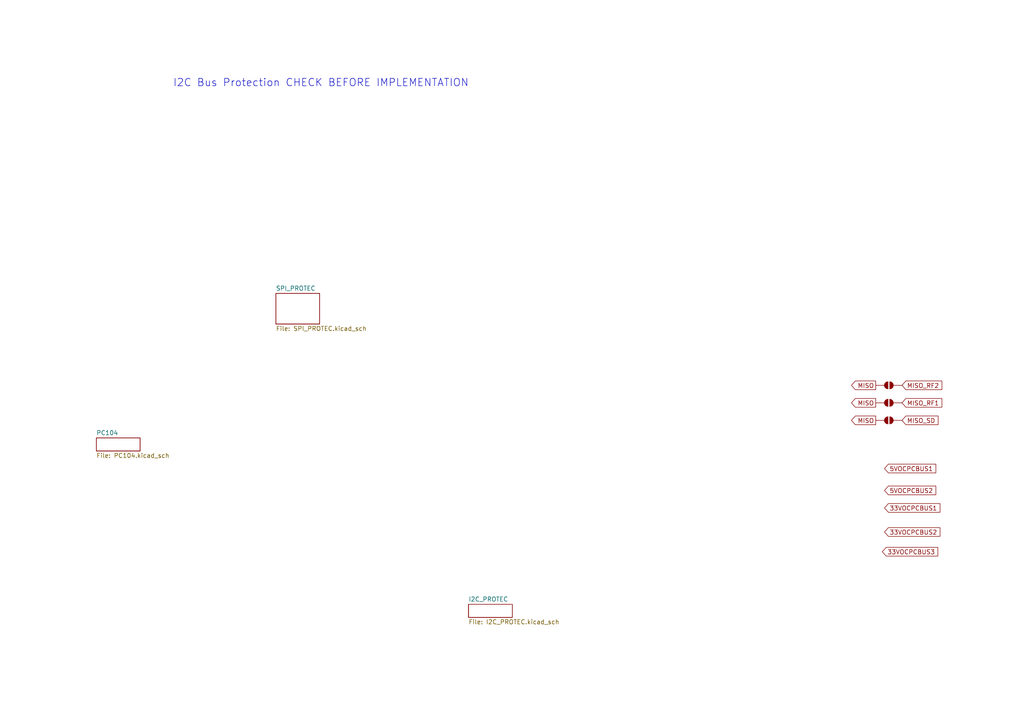
<source format=kicad_sch>
(kicad_sch (version 20231120) (generator "eeschema") (generator_version "8.0")
  (paper "A4")
  (lib_symbols
    (symbol "Jumper:SolderJumper_2_Open" (pin_numbers hide) (pin_names (offset 0) hide) (exclude_from_sim yes) (in_bom no)
      (property "Reference" "JP" (at 0 2.032 0))
      (property "Value" "SolderJumper_2_Open" (at 0 -2.54 0))
      (symbol "SolderJumper_2_Open_0_1"
        (arc (start -0.254 1.016) (mid -1.2656 0) (end -0.254 -1.016))
        (arc (start -0.254 1.016) (mid -1.2656 0) (end -0.254 -1.016) (fill (type outline)))
        (polyline (pts (xy -0.254 1.016) (xy -0.254 -1.016)))
        (polyline (pts (xy 0.254 1.016) (xy 0.254 -1.016)))
        (arc (start 0.254 -1.016) (mid 1.2656 0) (end 0.254 1.016))
        (arc (start 0.254 -1.016) (mid 1.2656 0) (end 0.254 1.016) (fill (type outline)))
      )
      (symbol "SolderJumper_2_Open_1_1"
        (pin passive line (at -3.81 0 0) (length 2.54) (name "A") (number "1"))
        (pin passive line (at 3.81 0 180) (length 2.54) (name "B") (number "2"))
      )
    )
  )
  (text "I2C Bus Protection CHECK BEFORE IMPLEMENTATION" (at 50.165 25.4 0) (effects (font (size 2.159 2.159)) (justify left bottom)))
  (global_label "5VOCPCBUS2" (shape input) (at 256.54 142.24 0) (property "Intersheetrefs" "${INTERSHEET_REFS}" (effects (hide yes))))
  (global_label "MISO_RF2" (shape input) (at 261.62 111.76 0) (property "Intersheetrefs" "${INTERSHEET_REFS}" (effects (hide yes))))
  (global_label "MISO" (shape output) (at 254 121.92 180) (property "Intersheetrefs" "${INTERSHEET_REFS}" (effects (hide yes))))
  (global_label "33VOCPCBUS1" (shape input) (at 256.54 147.32 0) (property "Intersheetrefs" "${INTERSHEET_REFS}" (effects (hide yes))))
  (global_label "MISO_SD" (shape input) (at 261.62 121.92 0) (property "Intersheetrefs" "${INTERSHEET_REFS}" (effects (hide yes))))
  (global_label "MISO_RF1" (shape input) (at 261.62 116.84 0) (property "Intersheetrefs" "${INTERSHEET_REFS}" (effects (hide yes))))
  (global_label "MISO" (shape output) (at 254 116.84 180) (property "Intersheetrefs" "${INTERSHEET_REFS}" (effects (hide yes))))
  (global_label "33VOCPCBUS2" (shape input) (at 256.54 154.305 0) (property "Intersheetrefs" "${INTERSHEET_REFS}" (effects (hide yes))))
  (global_label "MISO" (shape output) (at 254 111.76 180) (property "Intersheetrefs" "${INTERSHEET_REFS}" (effects (hide yes))))
  (global_label "33VOCPCBUS3" (shape input) (at 255.905 160.02 0) (property "Intersheetrefs" "${INTERSHEET_REFS}" (effects (hide yes))))
  (global_label "5VOCPCBUS1" (shape input) (at 256.54 135.89 0) (property "Intersheetrefs" "${INTERSHEET_REFS}" (effects (hide yes))))
  (symbol (lib_id "Jumper:SolderJumper_2_Open") (at 257.81 111.76 0) (unit 1) (exclude_from_sim yes) (in_bom no)
    (property "Reference" "JP5" (effects (hide yes)))
    (property "Value" "SolderJumper_2_Open" (effects (hide yes)))
    (property "Footprint" "Jumper:SolderJumper-2_P1.3mm_Open_RoundedPad1.0x1.5mm" (effects (hide yes)))
    (property "Description" "Solder Jumper, 2-pole, open" (effects (hide yes)))
  )
  (symbol (lib_id "Jumper:SolderJumper_2_Open") (at 257.81 121.92 0) (unit 1) (exclude_from_sim yes) (in_bom no)
    (property "Reference" "JP7" (effects (hide yes)))
    (property "Value" "SolderJumper_2_Open" (effects (hide yes)))
    (property "Footprint" "Jumper:SolderJumper-2_P1.3mm_Open_RoundedPad1.0x1.5mm" (effects (hide yes)))
    (property "Description" "Solder Jumper, 2-pole, open" (effects (hide yes)))
  )
  (symbol (lib_id "Jumper:SolderJumper_2_Open") (at 257.81 116.84 0) (unit 1) (exclude_from_sim yes) (in_bom no)
    (property "Reference" "JP6" (effects (hide yes)))
    (property "Value" "SolderJumper_2_Open" (effects (hide yes)))
    (property "Footprint" "Jumper:SolderJumper-2_P1.3mm_Open_RoundedPad1.0x1.5mm" (effects (hide yes)))
    (property "Description" "Solder Jumper, 2-pole, open" (effects (hide yes)))
  )
  (sheet (at 27.94 127) (size 12.7 3.81) (stroke (width 0.1524))
    (property "Sheetname" "PC104" (at 27.94 126.2884 0) (effects (justify left bottom)))
    (property "Sheetfile" "PC104.kicad_sch" (at 27.94 131.3946 0) (effects (justify left top)))
  )
  (sheet (at 135.89 175.26) (size 12.7 3.81) (stroke (width 0.1524))
    (property "Sheetname" "I2C_PROTEC" (at 135.89 174.5484 0) (effects (justify left bottom)))
    (property "Sheetfile" "I2C_PROTEC.kicad_sch" (at 135.89 179.6546 0) (effects (justify left top)))
  )
  (sheet (at 80.01 85.09) (size 12.7 8.89) (stroke (width 0.1524))
    (property "Sheetname" "SPI_PROTEC" (at 80.01 84.3784 0) (effects (justify left bottom)))
    (property "Sheetfile" "SPI_PROTEC.kicad_sch" (at 80.01 94.5646 0) (effects (justify left top)))
  )
)
</source>
